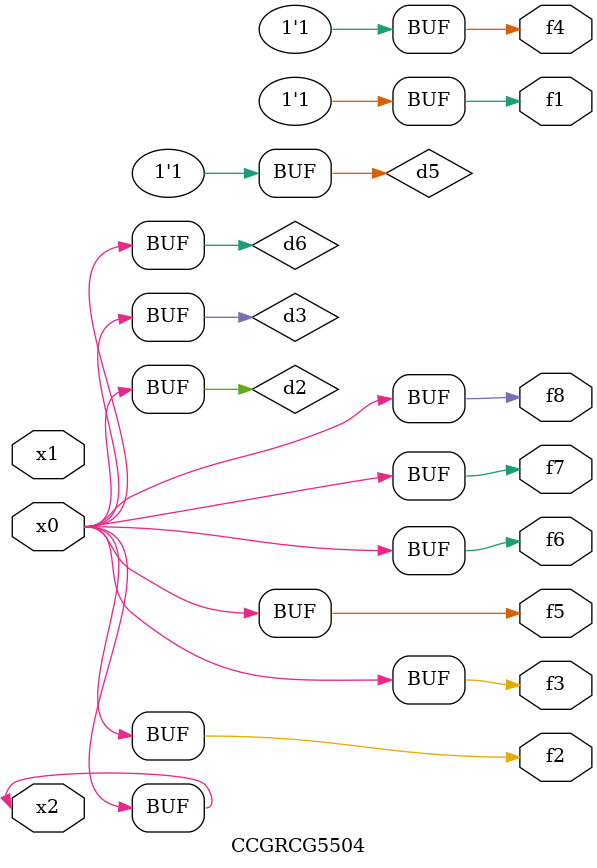
<source format=v>
module CCGRCG5504(
	input x0, x1, x2,
	output f1, f2, f3, f4, f5, f6, f7, f8
);

	wire d1, d2, d3, d4, d5, d6;

	xnor (d1, x2);
	buf (d2, x0, x2);
	and (d3, x0);
	xnor (d4, x1, x2);
	nand (d5, d1, d3);
	buf (d6, d2, d3);
	assign f1 = d5;
	assign f2 = d6;
	assign f3 = d6;
	assign f4 = d5;
	assign f5 = d6;
	assign f6 = d6;
	assign f7 = d6;
	assign f8 = d6;
endmodule

</source>
